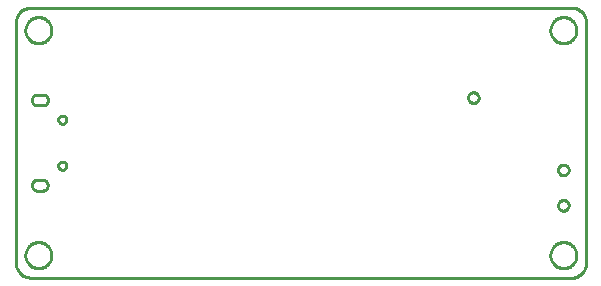
<source format=gbr>
G04 EAGLE Gerber RS-274X export*
G75*
%MOMM*%
%FSLAX34Y34*%
%LPD*%
%IN*%
%IPPOS*%
%AMOC8*
5,1,8,0,0,1.08239X$1,22.5*%
G01*
%ADD10C,0.254000*%


D10*
X0Y12700D02*
X48Y11593D01*
X193Y10495D01*
X433Y9413D01*
X766Y8356D01*
X1190Y7333D01*
X1701Y6350D01*
X2297Y5416D01*
X2971Y4537D01*
X3720Y3720D01*
X4537Y2971D01*
X5416Y2297D01*
X6350Y1701D01*
X7333Y1190D01*
X8356Y766D01*
X9413Y433D01*
X10495Y193D01*
X11593Y48D01*
X12700Y0D01*
X471170Y0D01*
X472219Y101D01*
X473255Y294D01*
X474271Y575D01*
X475258Y945D01*
X476209Y1399D01*
X477117Y1934D01*
X477975Y2546D01*
X478777Y3231D01*
X479515Y3983D01*
X480186Y4796D01*
X480782Y5665D01*
X481301Y6582D01*
X481738Y7542D01*
X482090Y8535D01*
X482353Y9556D01*
X482527Y10595D01*
X482609Y11646D01*
X482600Y12700D01*
X482600Y215900D01*
X482609Y216954D01*
X482527Y218005D01*
X482353Y219044D01*
X482090Y220065D01*
X481738Y221058D01*
X481301Y222018D01*
X480782Y222935D01*
X480186Y223804D01*
X479515Y224617D01*
X478777Y225369D01*
X477975Y226054D01*
X477117Y226666D01*
X476209Y227201D01*
X475258Y227655D01*
X474271Y228025D01*
X473255Y228306D01*
X472219Y228499D01*
X471170Y228600D01*
X12700Y228600D01*
X11593Y228552D01*
X10495Y228407D01*
X9413Y228167D01*
X8356Y227834D01*
X7333Y227410D01*
X6350Y226899D01*
X5416Y226303D01*
X4537Y225629D01*
X3720Y224880D01*
X2971Y224063D01*
X2297Y223184D01*
X1701Y222250D01*
X1190Y221267D01*
X766Y220244D01*
X433Y219187D01*
X193Y218105D01*
X48Y217007D01*
X0Y215900D01*
X0Y12700D01*
X13870Y78300D02*
X13842Y77949D01*
X13844Y77598D01*
X13877Y77248D01*
X13940Y76902D01*
X14033Y76563D01*
X14156Y76233D01*
X14307Y75915D01*
X14484Y75612D01*
X14688Y75325D01*
X14916Y75057D01*
X15166Y74810D01*
X15437Y74586D01*
X15726Y74386D01*
X16032Y74212D01*
X16352Y74066D01*
X16683Y73948D01*
X17023Y73859D01*
X17370Y73800D01*
X23370Y73800D01*
X23717Y73859D01*
X24057Y73948D01*
X24388Y74066D01*
X24708Y74212D01*
X25014Y74386D01*
X25303Y74586D01*
X25574Y74810D01*
X25824Y75057D01*
X26052Y75325D01*
X26256Y75612D01*
X26433Y75915D01*
X26584Y76233D01*
X26707Y76563D01*
X26800Y76902D01*
X26863Y77248D01*
X26896Y77598D01*
X26898Y77949D01*
X26870Y78300D01*
X26898Y78651D01*
X26896Y79002D01*
X26863Y79352D01*
X26800Y79698D01*
X26707Y80037D01*
X26584Y80367D01*
X26433Y80685D01*
X26256Y80988D01*
X26052Y81275D01*
X25824Y81543D01*
X25574Y81790D01*
X25303Y82014D01*
X25014Y82214D01*
X24708Y82388D01*
X24388Y82534D01*
X24057Y82652D01*
X23717Y82741D01*
X23370Y82800D01*
X17370Y82800D01*
X17023Y82741D01*
X16683Y82652D01*
X16352Y82534D01*
X16032Y82388D01*
X15726Y82214D01*
X15437Y82014D01*
X15166Y81790D01*
X14916Y81543D01*
X14688Y81275D01*
X14484Y80988D01*
X14307Y80685D01*
X14156Y80367D01*
X14033Y80037D01*
X13940Y79698D01*
X13877Y79352D01*
X13844Y79002D01*
X13842Y78651D01*
X13870Y78300D01*
X13870Y149300D02*
X13906Y148974D01*
X13970Y148653D01*
X14062Y148338D01*
X14182Y148033D01*
X14327Y147739D01*
X14497Y147459D01*
X14692Y147194D01*
X14908Y146948D01*
X15145Y146722D01*
X15401Y146517D01*
X15674Y146335D01*
X15962Y146177D01*
X16262Y146046D01*
X16572Y145941D01*
X16891Y145863D01*
X17215Y145814D01*
X17542Y145792D01*
X17870Y145800D01*
X23370Y145800D01*
X23675Y145813D01*
X23978Y145853D01*
X24276Y145919D01*
X24567Y146011D01*
X24849Y146128D01*
X25120Y146269D01*
X25378Y146433D01*
X25620Y146619D01*
X25845Y146825D01*
X26051Y147050D01*
X26237Y147292D01*
X26401Y147550D01*
X26542Y147821D01*
X26659Y148103D01*
X26751Y148394D01*
X26817Y148692D01*
X26857Y148995D01*
X26870Y149300D01*
X26870Y151300D01*
X26857Y151605D01*
X26817Y151908D01*
X26751Y152206D01*
X26659Y152497D01*
X26542Y152779D01*
X26401Y153050D01*
X26237Y153308D01*
X26051Y153550D01*
X25845Y153775D01*
X25620Y153981D01*
X25378Y154167D01*
X25120Y154331D01*
X24849Y154472D01*
X24567Y154589D01*
X24276Y154681D01*
X23978Y154747D01*
X23675Y154787D01*
X23370Y154800D01*
X17870Y154800D01*
X17542Y154808D01*
X17215Y154786D01*
X16891Y154737D01*
X16572Y154659D01*
X16262Y154554D01*
X15962Y154423D01*
X15674Y154265D01*
X15401Y154083D01*
X15145Y153878D01*
X14908Y153652D01*
X14692Y153406D01*
X14497Y153142D01*
X14327Y152861D01*
X14182Y152568D01*
X14062Y152262D01*
X13970Y151947D01*
X13906Y151626D01*
X13870Y151300D01*
X13870Y149300D01*
X474550Y18618D02*
X474482Y17756D01*
X474347Y16902D01*
X474145Y16062D01*
X473878Y15240D01*
X473547Y14441D01*
X473155Y13671D01*
X472703Y12934D01*
X472195Y12235D01*
X471634Y11577D01*
X471023Y10966D01*
X470365Y10405D01*
X469666Y9897D01*
X468929Y9445D01*
X468159Y9053D01*
X467360Y8722D01*
X466538Y8455D01*
X465698Y8253D01*
X464844Y8118D01*
X463982Y8050D01*
X463118Y8050D01*
X462256Y8118D01*
X461402Y8253D01*
X460562Y8455D01*
X459740Y8722D01*
X458941Y9053D01*
X458171Y9445D01*
X457434Y9897D01*
X456735Y10405D01*
X456077Y10966D01*
X455466Y11577D01*
X454905Y12235D01*
X454397Y12934D01*
X453945Y13671D01*
X453553Y14441D01*
X453222Y15240D01*
X452955Y16062D01*
X452753Y16902D01*
X452618Y17756D01*
X452550Y18618D01*
X452550Y19482D01*
X452618Y20344D01*
X452753Y21198D01*
X452955Y22038D01*
X453222Y22860D01*
X453553Y23659D01*
X453945Y24429D01*
X454397Y25166D01*
X454905Y25865D01*
X455466Y26523D01*
X456077Y27134D01*
X456735Y27695D01*
X457434Y28203D01*
X458171Y28655D01*
X458941Y29047D01*
X459740Y29378D01*
X460562Y29645D01*
X461402Y29847D01*
X462256Y29982D01*
X463118Y30050D01*
X463982Y30050D01*
X464844Y29982D01*
X465698Y29847D01*
X466538Y29645D01*
X467360Y29378D01*
X468159Y29047D01*
X468929Y28655D01*
X469666Y28203D01*
X470365Y27695D01*
X471023Y27134D01*
X471634Y26523D01*
X472195Y25865D01*
X472703Y25166D01*
X473155Y24429D01*
X473547Y23659D01*
X473878Y22860D01*
X474145Y22038D01*
X474347Y21198D01*
X474482Y20344D01*
X474550Y19482D01*
X474550Y18618D01*
X474550Y209118D02*
X474482Y208256D01*
X474347Y207402D01*
X474145Y206562D01*
X473878Y205740D01*
X473547Y204941D01*
X473155Y204171D01*
X472703Y203434D01*
X472195Y202735D01*
X471634Y202077D01*
X471023Y201466D01*
X470365Y200905D01*
X469666Y200397D01*
X468929Y199945D01*
X468159Y199553D01*
X467360Y199222D01*
X466538Y198955D01*
X465698Y198753D01*
X464844Y198618D01*
X463982Y198550D01*
X463118Y198550D01*
X462256Y198618D01*
X461402Y198753D01*
X460562Y198955D01*
X459740Y199222D01*
X458941Y199553D01*
X458171Y199945D01*
X457434Y200397D01*
X456735Y200905D01*
X456077Y201466D01*
X455466Y202077D01*
X454905Y202735D01*
X454397Y203434D01*
X453945Y204171D01*
X453553Y204941D01*
X453222Y205740D01*
X452955Y206562D01*
X452753Y207402D01*
X452618Y208256D01*
X452550Y209118D01*
X452550Y209982D01*
X452618Y210844D01*
X452753Y211698D01*
X452955Y212538D01*
X453222Y213360D01*
X453553Y214159D01*
X453945Y214929D01*
X454397Y215666D01*
X454905Y216365D01*
X455466Y217023D01*
X456077Y217634D01*
X456735Y218195D01*
X457434Y218703D01*
X458171Y219155D01*
X458941Y219547D01*
X459740Y219878D01*
X460562Y220145D01*
X461402Y220347D01*
X462256Y220482D01*
X463118Y220550D01*
X463982Y220550D01*
X464844Y220482D01*
X465698Y220347D01*
X466538Y220145D01*
X467360Y219878D01*
X468159Y219547D01*
X468929Y219155D01*
X469666Y218703D01*
X470365Y218195D01*
X471023Y217634D01*
X471634Y217023D01*
X472195Y216365D01*
X472703Y215666D01*
X473155Y214929D01*
X473547Y214159D01*
X473878Y213360D01*
X474145Y212538D01*
X474347Y211698D01*
X474482Y210844D01*
X474550Y209982D01*
X474550Y209118D01*
X30050Y18618D02*
X29982Y17756D01*
X29847Y16902D01*
X29645Y16062D01*
X29378Y15240D01*
X29047Y14441D01*
X28655Y13671D01*
X28203Y12934D01*
X27695Y12235D01*
X27134Y11577D01*
X26523Y10966D01*
X25865Y10405D01*
X25166Y9897D01*
X24429Y9445D01*
X23659Y9053D01*
X22860Y8722D01*
X22038Y8455D01*
X21198Y8253D01*
X20344Y8118D01*
X19482Y8050D01*
X18618Y8050D01*
X17756Y8118D01*
X16902Y8253D01*
X16062Y8455D01*
X15240Y8722D01*
X14441Y9053D01*
X13671Y9445D01*
X12934Y9897D01*
X12235Y10405D01*
X11577Y10966D01*
X10966Y11577D01*
X10405Y12235D01*
X9897Y12934D01*
X9445Y13671D01*
X9053Y14441D01*
X8722Y15240D01*
X8455Y16062D01*
X8253Y16902D01*
X8118Y17756D01*
X8050Y18618D01*
X8050Y19482D01*
X8118Y20344D01*
X8253Y21198D01*
X8455Y22038D01*
X8722Y22860D01*
X9053Y23659D01*
X9445Y24429D01*
X9897Y25166D01*
X10405Y25865D01*
X10966Y26523D01*
X11577Y27134D01*
X12235Y27695D01*
X12934Y28203D01*
X13671Y28655D01*
X14441Y29047D01*
X15240Y29378D01*
X16062Y29645D01*
X16902Y29847D01*
X17756Y29982D01*
X18618Y30050D01*
X19482Y30050D01*
X20344Y29982D01*
X21198Y29847D01*
X22038Y29645D01*
X22860Y29378D01*
X23659Y29047D01*
X24429Y28655D01*
X25166Y28203D01*
X25865Y27695D01*
X26523Y27134D01*
X27134Y26523D01*
X27695Y25865D01*
X28203Y25166D01*
X28655Y24429D01*
X29047Y23659D01*
X29378Y22860D01*
X29645Y22038D01*
X29847Y21198D01*
X29982Y20344D01*
X30050Y19482D01*
X30050Y18618D01*
X30050Y209118D02*
X29982Y208256D01*
X29847Y207402D01*
X29645Y206562D01*
X29378Y205740D01*
X29047Y204941D01*
X28655Y204171D01*
X28203Y203434D01*
X27695Y202735D01*
X27134Y202077D01*
X26523Y201466D01*
X25865Y200905D01*
X25166Y200397D01*
X24429Y199945D01*
X23659Y199553D01*
X22860Y199222D01*
X22038Y198955D01*
X21198Y198753D01*
X20344Y198618D01*
X19482Y198550D01*
X18618Y198550D01*
X17756Y198618D01*
X16902Y198753D01*
X16062Y198955D01*
X15240Y199222D01*
X14441Y199553D01*
X13671Y199945D01*
X12934Y200397D01*
X12235Y200905D01*
X11577Y201466D01*
X10966Y202077D01*
X10405Y202735D01*
X9897Y203434D01*
X9445Y204171D01*
X9053Y204941D01*
X8722Y205740D01*
X8455Y206562D01*
X8253Y207402D01*
X8118Y208256D01*
X8050Y209118D01*
X8050Y209982D01*
X8118Y210844D01*
X8253Y211698D01*
X8455Y212538D01*
X8722Y213360D01*
X9053Y214159D01*
X9445Y214929D01*
X9897Y215666D01*
X10405Y216365D01*
X10966Y217023D01*
X11577Y217634D01*
X12235Y218195D01*
X12934Y218703D01*
X13671Y219155D01*
X14441Y219547D01*
X15240Y219878D01*
X16062Y220145D01*
X16902Y220347D01*
X17756Y220482D01*
X18618Y220550D01*
X19482Y220550D01*
X20344Y220482D01*
X21198Y220347D01*
X22038Y220145D01*
X22860Y219878D01*
X23659Y219547D01*
X24429Y219155D01*
X25166Y218703D01*
X25865Y218195D01*
X26523Y217634D01*
X27134Y217023D01*
X27695Y216365D01*
X28203Y215666D01*
X28655Y214929D01*
X29047Y214159D01*
X29378Y213360D01*
X29645Y212538D01*
X29847Y211698D01*
X29982Y210844D01*
X30050Y209982D01*
X30050Y209118D01*
X39141Y130300D02*
X38686Y130360D01*
X38243Y130479D01*
X37819Y130654D01*
X37421Y130884D01*
X37057Y131163D01*
X36733Y131487D01*
X36454Y131851D01*
X36224Y132249D01*
X36049Y132673D01*
X35930Y133116D01*
X35870Y133571D01*
X35870Y134029D01*
X35930Y134484D01*
X36049Y134927D01*
X36224Y135351D01*
X36454Y135749D01*
X36733Y136113D01*
X37057Y136437D01*
X37421Y136716D01*
X37819Y136946D01*
X38243Y137121D01*
X38686Y137240D01*
X39141Y137300D01*
X39599Y137300D01*
X40054Y137240D01*
X40497Y137121D01*
X40921Y136946D01*
X41319Y136716D01*
X41683Y136437D01*
X42007Y136113D01*
X42286Y135749D01*
X42516Y135351D01*
X42691Y134927D01*
X42810Y134484D01*
X42870Y134029D01*
X42870Y133571D01*
X42810Y133116D01*
X42691Y132673D01*
X42516Y132249D01*
X42286Y131851D01*
X42007Y131487D01*
X41683Y131163D01*
X41319Y130884D01*
X40921Y130654D01*
X40497Y130479D01*
X40054Y130360D01*
X39599Y130300D01*
X39141Y130300D01*
X39141Y91300D02*
X38686Y91360D01*
X38243Y91479D01*
X37819Y91654D01*
X37421Y91884D01*
X37057Y92163D01*
X36733Y92487D01*
X36454Y92851D01*
X36224Y93249D01*
X36049Y93673D01*
X35930Y94116D01*
X35870Y94571D01*
X35870Y95029D01*
X35930Y95484D01*
X36049Y95927D01*
X36224Y96351D01*
X36454Y96749D01*
X36733Y97113D01*
X37057Y97437D01*
X37421Y97716D01*
X37819Y97946D01*
X38243Y98121D01*
X38686Y98240D01*
X39141Y98300D01*
X39599Y98300D01*
X40054Y98240D01*
X40497Y98121D01*
X40921Y97946D01*
X41319Y97716D01*
X41683Y97437D01*
X42007Y97113D01*
X42286Y96749D01*
X42516Y96351D01*
X42691Y95927D01*
X42810Y95484D01*
X42870Y95029D01*
X42870Y94571D01*
X42810Y94116D01*
X42691Y93673D01*
X42516Y93249D01*
X42286Y92851D01*
X42007Y92487D01*
X41683Y92163D01*
X41319Y91884D01*
X40921Y91654D01*
X40497Y91479D01*
X40054Y91360D01*
X39599Y91300D01*
X39141Y91300D01*
X391850Y152105D02*
X391773Y151520D01*
X391620Y150950D01*
X391395Y150405D01*
X391100Y149895D01*
X390741Y149427D01*
X390323Y149009D01*
X389855Y148650D01*
X389345Y148355D01*
X388800Y148130D01*
X388230Y147977D01*
X387645Y147900D01*
X387055Y147900D01*
X386470Y147977D01*
X385900Y148130D01*
X385355Y148355D01*
X384845Y148650D01*
X384377Y149009D01*
X383959Y149427D01*
X383600Y149895D01*
X383305Y150405D01*
X383080Y150950D01*
X382927Y151520D01*
X382850Y152105D01*
X382850Y152695D01*
X382927Y153280D01*
X383080Y153850D01*
X383305Y154395D01*
X383600Y154905D01*
X383959Y155373D01*
X384377Y155791D01*
X384845Y156150D01*
X385355Y156445D01*
X385900Y156670D01*
X386470Y156823D01*
X387055Y156900D01*
X387645Y156900D01*
X388230Y156823D01*
X388800Y156670D01*
X389345Y156445D01*
X389855Y156150D01*
X390323Y155791D01*
X390741Y155373D01*
X391100Y154905D01*
X391395Y154395D01*
X391620Y153850D01*
X391773Y153280D01*
X391850Y152695D01*
X391850Y152105D01*
X463255Y86700D02*
X462670Y86777D01*
X462100Y86930D01*
X461555Y87155D01*
X461045Y87450D01*
X460577Y87809D01*
X460159Y88227D01*
X459800Y88695D01*
X459505Y89205D01*
X459280Y89750D01*
X459127Y90320D01*
X459050Y90905D01*
X459050Y91495D01*
X459127Y92080D01*
X459280Y92650D01*
X459505Y93195D01*
X459800Y93705D01*
X460159Y94173D01*
X460577Y94591D01*
X461045Y94950D01*
X461555Y95245D01*
X462100Y95470D01*
X462670Y95623D01*
X463255Y95700D01*
X463845Y95700D01*
X464430Y95623D01*
X465000Y95470D01*
X465545Y95245D01*
X466055Y94950D01*
X466523Y94591D01*
X466941Y94173D01*
X467300Y93705D01*
X467595Y93195D01*
X467820Y92650D01*
X467973Y92080D01*
X468050Y91495D01*
X468050Y90905D01*
X467973Y90320D01*
X467820Y89750D01*
X467595Y89205D01*
X467300Y88695D01*
X466941Y88227D01*
X466523Y87809D01*
X466055Y87450D01*
X465545Y87155D01*
X465000Y86930D01*
X464430Y86777D01*
X463845Y86700D01*
X463255Y86700D01*
X463255Y56700D02*
X462670Y56777D01*
X462100Y56930D01*
X461555Y57155D01*
X461045Y57450D01*
X460577Y57809D01*
X460159Y58227D01*
X459800Y58695D01*
X459505Y59205D01*
X459280Y59750D01*
X459127Y60320D01*
X459050Y60905D01*
X459050Y61495D01*
X459127Y62080D01*
X459280Y62650D01*
X459505Y63195D01*
X459800Y63705D01*
X460159Y64173D01*
X460577Y64591D01*
X461045Y64950D01*
X461555Y65245D01*
X462100Y65470D01*
X462670Y65623D01*
X463255Y65700D01*
X463845Y65700D01*
X464430Y65623D01*
X465000Y65470D01*
X465545Y65245D01*
X466055Y64950D01*
X466523Y64591D01*
X466941Y64173D01*
X467300Y63705D01*
X467595Y63195D01*
X467820Y62650D01*
X467973Y62080D01*
X468050Y61495D01*
X468050Y60905D01*
X467973Y60320D01*
X467820Y59750D01*
X467595Y59205D01*
X467300Y58695D01*
X466941Y58227D01*
X466523Y57809D01*
X466055Y57450D01*
X465545Y57155D01*
X465000Y56930D01*
X464430Y56777D01*
X463845Y56700D01*
X463255Y56700D01*
M02*

</source>
